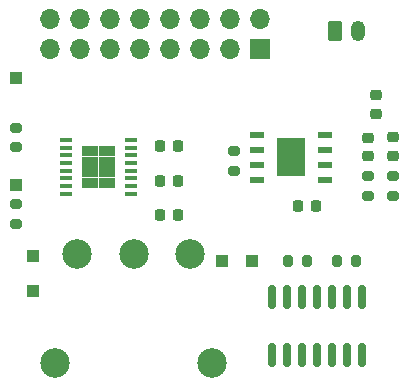
<source format=gbr>
%TF.GenerationSoftware,KiCad,Pcbnew,8.0.1*%
%TF.CreationDate,2024-03-24T23:32:15+02:00*%
%TF.ProjectId,PowerSubsystem,506f7765-7253-4756-9273-797374656d2e,rev?*%
%TF.SameCoordinates,Original*%
%TF.FileFunction,Soldermask,Top*%
%TF.FilePolarity,Negative*%
%FSLAX46Y46*%
G04 Gerber Fmt 4.6, Leading zero omitted, Abs format (unit mm)*
G04 Created by KiCad (PCBNEW 8.0.1) date 2024-03-24 23:32:15*
%MOMM*%
%LPD*%
G01*
G04 APERTURE LIST*
G04 Aperture macros list*
%AMRoundRect*
0 Rectangle with rounded corners*
0 $1 Rounding radius*
0 $2 $3 $4 $5 $6 $7 $8 $9 X,Y pos of 4 corners*
0 Add a 4 corners polygon primitive as box body*
4,1,4,$2,$3,$4,$5,$6,$7,$8,$9,$2,$3,0*
0 Add four circle primitives for the rounded corners*
1,1,$1+$1,$2,$3*
1,1,$1+$1,$4,$5*
1,1,$1+$1,$6,$7*
1,1,$1+$1,$8,$9*
0 Add four rect primitives between the rounded corners*
20,1,$1+$1,$2,$3,$4,$5,0*
20,1,$1+$1,$4,$5,$6,$7,0*
20,1,$1+$1,$6,$7,$8,$9,0*
20,1,$1+$1,$8,$9,$2,$3,0*%
G04 Aperture macros list end*
%ADD10R,1.000000X1.000000*%
%ADD11C,2.500000*%
%ADD12RoundRect,0.200000X-0.275000X0.200000X-0.275000X-0.200000X0.275000X-0.200000X0.275000X0.200000X0*%
%ADD13RoundRect,0.200000X0.275000X-0.200000X0.275000X0.200000X-0.275000X0.200000X-0.275000X-0.200000X0*%
%ADD14RoundRect,0.200000X0.200000X0.275000X-0.200000X0.275000X-0.200000X-0.275000X0.200000X-0.275000X0*%
%ADD15RoundRect,0.218750X0.256250X-0.218750X0.256250X0.218750X-0.256250X0.218750X-0.256250X-0.218750X0*%
%ADD16RoundRect,0.225000X-0.225000X-0.250000X0.225000X-0.250000X0.225000X0.250000X-0.225000X0.250000X0*%
%ADD17RoundRect,0.225000X0.250000X-0.225000X0.250000X0.225000X-0.250000X0.225000X-0.250000X-0.225000X0*%
%ADD18RoundRect,0.225000X0.225000X0.250000X-0.225000X0.250000X-0.225000X-0.250000X0.225000X-0.250000X0*%
%ADD19R,1.050000X0.450000*%
%ADD20R,1.470000X0.895000*%
%ADD21R,2.400000X3.300000*%
%ADD22R,1.200000X0.600000*%
%ADD23RoundRect,0.150000X-0.150000X0.825000X-0.150000X-0.825000X0.150000X-0.825000X0.150000X0.825000X0*%
%ADD24RoundRect,0.250000X-0.350000X-0.625000X0.350000X-0.625000X0.350000X0.625000X-0.350000X0.625000X0*%
%ADD25O,1.200000X1.750000*%
%ADD26O,1.700000X1.700000*%
%ADD27R,1.700000X1.700000*%
G04 APERTURE END LIST*
D10*
%TO.C,TP6*%
X161500000Y-64000000D03*
%TD*%
%TO.C,TP5*%
X179000000Y-70500000D03*
%TD*%
%TO.C,TP4*%
X163000000Y-70000000D03*
%TD*%
%TO.C,TP3*%
X161500000Y-55000000D03*
%TD*%
%TO.C,TP2*%
X163000000Y-73000000D03*
%TD*%
%TO.C,TP1*%
X181500000Y-70500000D03*
%TD*%
D11*
%TO.C,U4*%
X176300102Y-69900051D03*
X171500000Y-69900051D03*
X166699898Y-69900051D03*
X178149987Y-79099949D03*
X164850013Y-79099949D03*
%TD*%
D12*
%TO.C,R7*%
X180000000Y-61175000D03*
X180000000Y-62825000D03*
%TD*%
%TO.C,R6*%
X193415807Y-63277495D03*
X193415807Y-64927495D03*
%TD*%
%TO.C,R5*%
X191317500Y-64927495D03*
X191317500Y-63277495D03*
%TD*%
D13*
%TO.C,R4*%
X161500000Y-67325000D03*
X161500000Y-65675000D03*
%TD*%
%TO.C,R3*%
X161500000Y-60825000D03*
X161500000Y-59175000D03*
%TD*%
D14*
%TO.C,R2*%
X186190000Y-70500000D03*
X184540000Y-70500000D03*
%TD*%
%TO.C,R1*%
X188675000Y-70500000D03*
X190325000Y-70500000D03*
%TD*%
D15*
%TO.C,D2*%
X191317500Y-61605000D03*
X191317500Y-60030000D03*
%TD*%
%TO.C,D1*%
X193415807Y-61564995D03*
X193415807Y-59989995D03*
%TD*%
D16*
%TO.C,C5*%
X185407499Y-65817500D03*
X186957499Y-65817500D03*
%TD*%
D17*
%TO.C,C4*%
X192000000Y-56450000D03*
X192000000Y-58000000D03*
%TD*%
D18*
%TO.C,C3*%
X175265000Y-66540000D03*
X173715000Y-66540000D03*
%TD*%
D16*
%TO.C,C2*%
X173715000Y-60725000D03*
X175265000Y-60725000D03*
%TD*%
D18*
%TO.C,C1*%
X175265000Y-63725000D03*
X173715000Y-63725000D03*
%TD*%
D19*
%TO.C,U3*%
X165725000Y-60225000D03*
X165725000Y-60875000D03*
X165725000Y-61525000D03*
X165725000Y-62175000D03*
X165725000Y-62825000D03*
X165725000Y-63475000D03*
X165725000Y-64125000D03*
X165725000Y-64775000D03*
X171275000Y-64775000D03*
X171275000Y-64125000D03*
X171275000Y-63475000D03*
X171275000Y-62825000D03*
X171275000Y-62175000D03*
X171275000Y-61525000D03*
X171275000Y-60875000D03*
X171275000Y-60225000D03*
D20*
X167765000Y-61157500D03*
X167765000Y-62052500D03*
X167765000Y-62947500D03*
X167765000Y-63842500D03*
X169235000Y-61157500D03*
X169235000Y-62052500D03*
X169235000Y-62947500D03*
X169235000Y-63842500D03*
%TD*%
D21*
%TO.C,U2*%
X184817500Y-61682499D03*
D22*
X187725806Y-59777495D03*
X187725806Y-61047498D03*
X187725806Y-62317500D03*
X187725806Y-63587503D03*
X181909194Y-63587503D03*
X181909194Y-62317500D03*
X181909194Y-61047498D03*
X181909194Y-59777495D03*
%TD*%
D23*
%TO.C,U1*%
X190810000Y-73500000D03*
X189540000Y-73500000D03*
X188270000Y-73500000D03*
X187000000Y-73500000D03*
X185730000Y-73500000D03*
X184460000Y-73500000D03*
X183190000Y-73500000D03*
X183190000Y-78450000D03*
X184460000Y-78450000D03*
X185730000Y-78450000D03*
X187000000Y-78450000D03*
X188270000Y-78450000D03*
X189540000Y-78450000D03*
X190810000Y-78450000D03*
%TD*%
D24*
%TO.C,J2*%
X188500000Y-50950000D03*
D25*
X190500000Y-50950000D03*
%TD*%
D26*
%TO.C,J1*%
X164380000Y-50000000D03*
X164380000Y-52540000D03*
X166920000Y-50000000D03*
X166920000Y-52540000D03*
X169460000Y-50000000D03*
X169460000Y-52540000D03*
X172000000Y-50000000D03*
X172000000Y-52540000D03*
X174540000Y-50000000D03*
X174540000Y-52540000D03*
X177080000Y-50000000D03*
X177080000Y-52540000D03*
X179620000Y-50000000D03*
X179620000Y-52540000D03*
X182160000Y-50000000D03*
D27*
X182160000Y-52540000D03*
%TD*%
M02*

</source>
